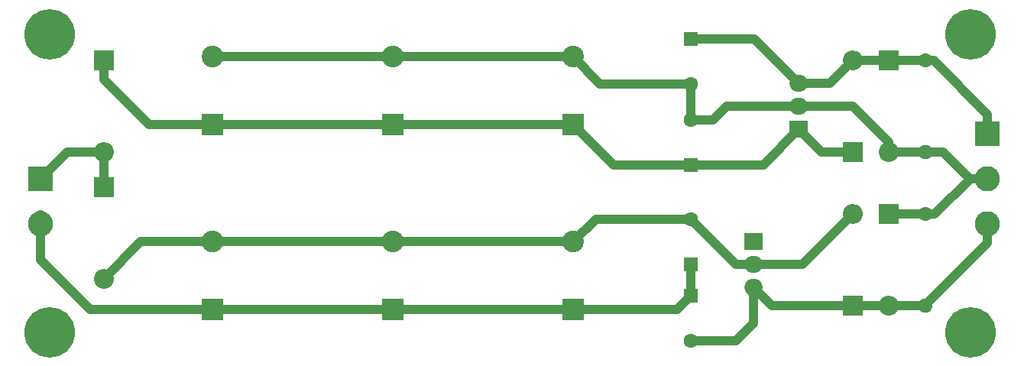
<source format=gbr>
%TF.GenerationSoftware,KiCad,Pcbnew,8.0.7*%
%TF.CreationDate,2025-01-29T21:02:38+10:00*%
%TF.ProjectId,MFOS_Power_Supply_PCB,4d464f53-5f50-46f7-9765-725f53757070,rev?*%
%TF.SameCoordinates,Original*%
%TF.FileFunction,Copper,L2,Bot*%
%TF.FilePolarity,Positive*%
%FSLAX46Y46*%
G04 Gerber Fmt 4.6, Leading zero omitted, Abs format (unit mm)*
G04 Created by KiCad (PCBNEW 8.0.7) date 2025-01-29 21:02:38*
%MOMM*%
%LPD*%
G01*
G04 APERTURE LIST*
%TA.AperFunction,ComponentPad*%
%ADD10C,3.600000*%
%TD*%
%TA.AperFunction,ConnectorPad*%
%ADD11C,5.600000*%
%TD*%
%TA.AperFunction,ComponentPad*%
%ADD12R,2.400000X2.400000*%
%TD*%
%TA.AperFunction,ComponentPad*%
%ADD13C,2.400000*%
%TD*%
%TA.AperFunction,ComponentPad*%
%ADD14R,1.600000X1.600000*%
%TD*%
%TA.AperFunction,ComponentPad*%
%ADD15C,1.600000*%
%TD*%
%TA.AperFunction,ComponentPad*%
%ADD16O,1.600000X1.600000*%
%TD*%
%TA.AperFunction,ComponentPad*%
%ADD17R,2.200000X2.200000*%
%TD*%
%TA.AperFunction,ComponentPad*%
%ADD18O,2.200000X2.200000*%
%TD*%
%TA.AperFunction,ComponentPad*%
%ADD19R,2.800000X2.800000*%
%TD*%
%TA.AperFunction,ComponentPad*%
%ADD20C,2.800000*%
%TD*%
%TA.AperFunction,ComponentPad*%
%ADD21R,2.000000X1.905000*%
%TD*%
%TA.AperFunction,ComponentPad*%
%ADD22O,2.000000X1.905000*%
%TD*%
%TA.AperFunction,Conductor*%
%ADD23C,1.000000*%
%TD*%
G04 APERTURE END LIST*
D10*
%TO.P,M4,1*%
%TO.N,N/C*%
X195000000Y-109000000D03*
D11*
X195000000Y-109000000D03*
%TD*%
D12*
%TO.P,C8,1*%
%TO.N,Earth*%
X151000000Y-106500000D03*
D13*
%TO.P,C8,2*%
%TO.N,Net-(D1-A)*%
X151000000Y-99000000D03*
%TD*%
D14*
%TO.P,C7,1*%
%TO.N,Net-(D3-K)*%
X164000000Y-76500000D03*
D15*
%TO.P,C7,2*%
%TO.N,Earth*%
X164000000Y-81500000D03*
%TD*%
%TO.P,R2,1*%
%TO.N,Earth*%
X190000000Y-95920000D03*
D16*
%TO.P,R2,2*%
%TO.N,Net-(D5-A)*%
X190000000Y-106080000D03*
%TD*%
D12*
%TO.P,C6,1*%
%TO.N,Earth*%
X131000000Y-106500000D03*
D13*
%TO.P,C6,2*%
%TO.N,Net-(D1-A)*%
X131000000Y-99000000D03*
%TD*%
D17*
%TO.P,D2,1,K*%
%TO.N,Net-(D2-K)*%
X99000000Y-78920000D03*
D18*
%TO.P,D2,2,A*%
%TO.N,Net-(D1-K)*%
X99000000Y-89080000D03*
%TD*%
D17*
%TO.P,D3,1,K*%
%TO.N,Net-(D3-K)*%
X186000000Y-78920000D03*
D18*
%TO.P,D3,2,A*%
%TO.N,Earth*%
X186000000Y-89080000D03*
%TD*%
D12*
%TO.P,C4,1*%
%TO.N,Earth*%
X111000000Y-106500000D03*
D13*
%TO.P,C4,2*%
%TO.N,Net-(D1-A)*%
X111000000Y-99000000D03*
%TD*%
D14*
%TO.P,C5,1*%
%TO.N,Net-(D2-K)*%
X164000000Y-90500000D03*
D15*
%TO.P,C5,2*%
%TO.N,Earth*%
X164000000Y-85500000D03*
%TD*%
D12*
%TO.P,C1,1*%
%TO.N,Net-(D2-K)*%
X111000000Y-86000000D03*
D13*
%TO.P,C1,2*%
%TO.N,Earth*%
X111000000Y-78500000D03*
%TD*%
D15*
%TO.P,R1,1*%
%TO.N,Net-(D3-K)*%
X190000000Y-78920000D03*
D16*
%TO.P,R1,2*%
%TO.N,Earth*%
X190000000Y-89080000D03*
%TD*%
D19*
%TO.P,J1,1,Pin_1*%
%TO.N,Net-(D1-K)*%
X92000000Y-92000000D03*
D20*
%TO.P,J1,2,Pin_2*%
%TO.N,Earth*%
X92000000Y-97000000D03*
%TD*%
D21*
%TO.P,U1,1,VI*%
%TO.N,Net-(D2-K)*%
X176000000Y-86540000D03*
D22*
%TO.P,U1,2,GND*%
%TO.N,Earth*%
X176000000Y-84000000D03*
%TO.P,U1,3,VO*%
%TO.N,Net-(D3-K)*%
X176000000Y-81460000D03*
%TD*%
D12*
%TO.P,C2,1*%
%TO.N,Net-(D2-K)*%
X131000000Y-86000000D03*
D13*
%TO.P,C2,2*%
%TO.N,Earth*%
X131000000Y-78500000D03*
%TD*%
D10*
%TO.P,M3,1*%
%TO.N,N/C*%
X195000000Y-76000000D03*
D11*
X195000000Y-76000000D03*
%TD*%
D10*
%TO.P,M1,1*%
%TO.N,N/C*%
X93000000Y-76000000D03*
D11*
X93000000Y-76000000D03*
%TD*%
D17*
%TO.P,D4,1,K*%
%TO.N,Net-(D2-K)*%
X182000000Y-89080000D03*
D18*
%TO.P,D4,2,A*%
%TO.N,Net-(D3-K)*%
X182000000Y-78920000D03*
%TD*%
D17*
%TO.P,D6,1,K*%
%TO.N,Net-(D5-A)*%
X182000000Y-106080000D03*
D18*
%TO.P,D6,2,A*%
%TO.N,Net-(D1-A)*%
X182000000Y-95920000D03*
%TD*%
D17*
%TO.P,D5,1,K*%
%TO.N,Earth*%
X186000000Y-95920000D03*
D18*
%TO.P,D5,2,A*%
%TO.N,Net-(D5-A)*%
X186000000Y-106080000D03*
%TD*%
D21*
%TO.P,U2,1,GND*%
%TO.N,Earth*%
X171000000Y-99000000D03*
D22*
%TO.P,U2,2,VI*%
%TO.N,Net-(D1-A)*%
X171000000Y-101540000D03*
%TO.P,U2,3,VO*%
%TO.N,Net-(D5-A)*%
X171000000Y-104080000D03*
%TD*%
D17*
%TO.P,D1,1,K*%
%TO.N,Net-(D1-K)*%
X99000000Y-92920000D03*
D18*
%TO.P,D1,2,A*%
%TO.N,Net-(D1-A)*%
X99000000Y-103080000D03*
%TD*%
D10*
%TO.P,M2,1*%
%TO.N,N/C*%
X93000000Y-109000000D03*
D11*
X93000000Y-109000000D03*
%TD*%
D19*
%TO.P,J2,1,Pin_1*%
%TO.N,Net-(D3-K)*%
X196905000Y-87000000D03*
D20*
%TO.P,J2,2,Pin_2*%
%TO.N,Earth*%
X196905000Y-92000000D03*
%TO.P,J2,3,Pin_3*%
%TO.N,Net-(D5-A)*%
X196905000Y-97000000D03*
%TD*%
D14*
%TO.P,C10,1*%
%TO.N,Earth*%
X164000000Y-101500000D03*
D15*
%TO.P,C10,2*%
%TO.N,Net-(D1-A)*%
X164000000Y-96500000D03*
%TD*%
D14*
%TO.P,C9,1*%
%TO.N,Earth*%
X164000000Y-105000000D03*
D15*
%TO.P,C9,2*%
%TO.N,Net-(D5-A)*%
X164000000Y-110000000D03*
%TD*%
D12*
%TO.P,C3,1*%
%TO.N,Net-(D2-K)*%
X151000000Y-86000000D03*
D13*
%TO.P,C3,2*%
%TO.N,Earth*%
X151000000Y-78500000D03*
%TD*%
D23*
%TO.N,Net-(D2-K)*%
X172040000Y-90500000D02*
X176000000Y-86540000D01*
X99000000Y-81000000D02*
X104000000Y-86000000D01*
X104000000Y-86000000D02*
X111000000Y-86000000D01*
X164000000Y-90500000D02*
X155500000Y-90500000D01*
X164000000Y-90500000D02*
X172040000Y-90500000D01*
X182000000Y-89080000D02*
X178540000Y-89080000D01*
X131000000Y-86000000D02*
X151000000Y-86000000D01*
X178540000Y-89080000D02*
X176000000Y-86540000D01*
X99000000Y-78920000D02*
X99000000Y-81000000D01*
X155500000Y-90500000D02*
X151000000Y-86000000D01*
X111000000Y-86000000D02*
X131000000Y-86000000D01*
%TO.N,Earth*%
X162500000Y-106500000D02*
X164000000Y-105000000D01*
X186000000Y-95920000D02*
X190000000Y-95920000D01*
X176000000Y-84000000D02*
X168000000Y-84000000D01*
X190000000Y-95920000D02*
X191080000Y-95920000D01*
X151000000Y-78500000D02*
X154000000Y-81500000D01*
X154000000Y-81500000D02*
X164000000Y-81500000D01*
X131000000Y-106500000D02*
X151000000Y-106500000D01*
X194920000Y-92000000D02*
X192000000Y-89080000D01*
X186000000Y-89080000D02*
X190000000Y-89080000D01*
X92000000Y-97000000D02*
X92000000Y-101000000D01*
X151000000Y-106500000D02*
X162500000Y-106500000D01*
X111000000Y-106500000D02*
X131000000Y-106500000D01*
X92000000Y-96000000D02*
X92000000Y-101000000D01*
X182000000Y-84000000D02*
X186000000Y-88000000D01*
X196000000Y-92000000D02*
X194920000Y-92000000D01*
X92000000Y-101000000D02*
X97500000Y-106500000D01*
X131000000Y-78500000D02*
X151000000Y-78500000D01*
X190000000Y-89080000D02*
X192000000Y-89080000D01*
X166500000Y-85500000D02*
X164000000Y-85500000D01*
X196905000Y-92000000D02*
X196000000Y-92000000D01*
X186000000Y-88000000D02*
X186000000Y-89080000D01*
X111000000Y-78500000D02*
X131000000Y-78500000D01*
X191080000Y-95920000D02*
X195000000Y-92000000D01*
X164000000Y-105000000D02*
X164000000Y-101500000D01*
X195000000Y-92000000D02*
X196000000Y-92000000D01*
X164000000Y-81500000D02*
X164000000Y-85500000D01*
X97500000Y-106500000D02*
X111000000Y-106500000D01*
X168000000Y-84000000D02*
X166500000Y-85500000D01*
X176000000Y-84000000D02*
X182000000Y-84000000D01*
%TO.N,Net-(D1-A)*%
X131000000Y-99000000D02*
X151000000Y-99000000D01*
X103080000Y-99000000D02*
X111000000Y-99000000D01*
X111000000Y-99000000D02*
X131000000Y-99000000D01*
X169040000Y-101540000D02*
X171000000Y-101540000D01*
X164000000Y-96500000D02*
X153500000Y-96500000D01*
X176380000Y-101540000D02*
X182000000Y-95920000D01*
X99000000Y-103080000D02*
X103080000Y-99000000D01*
X169040000Y-101540000D02*
X164000000Y-96500000D01*
X153500000Y-96500000D02*
X151000000Y-99000000D01*
X171000000Y-101540000D02*
X176380000Y-101540000D01*
%TO.N,Net-(D3-K)*%
X171040000Y-76500000D02*
X176000000Y-81460000D01*
X186000000Y-78920000D02*
X190000000Y-78920000D01*
X196905000Y-84905000D02*
X190920000Y-78920000D01*
X176000000Y-81460000D02*
X179460000Y-81460000D01*
X179460000Y-81460000D02*
X182000000Y-78920000D01*
X182000000Y-78920000D02*
X186000000Y-78920000D01*
X196905000Y-87000000D02*
X196905000Y-84905000D01*
X190920000Y-78920000D02*
X190000000Y-78920000D01*
X164000000Y-76500000D02*
X171040000Y-76500000D01*
%TO.N,Net-(D5-A)*%
X182000000Y-106080000D02*
X173000000Y-106080000D01*
X196905000Y-99095000D02*
X190000000Y-106000000D01*
X190000000Y-106000000D02*
X190000000Y-106080000D01*
X186000000Y-106080000D02*
X190000000Y-106080000D01*
X173000000Y-106080000D02*
X171000000Y-104080000D01*
X182000000Y-106080000D02*
X186000000Y-106080000D01*
X164000000Y-110000000D02*
X169000000Y-110000000D01*
X169000000Y-110000000D02*
X171000000Y-108000000D01*
X196905000Y-97000000D02*
X196905000Y-99095000D01*
X171000000Y-108000000D02*
X171000000Y-104080000D01*
%TO.N,Net-(D1-K)*%
X94920000Y-89080000D02*
X92000000Y-92000000D01*
X99000000Y-89080000D02*
X99000000Y-92920000D01*
X99000000Y-89080000D02*
X94920000Y-89080000D01*
%TD*%
M02*

</source>
